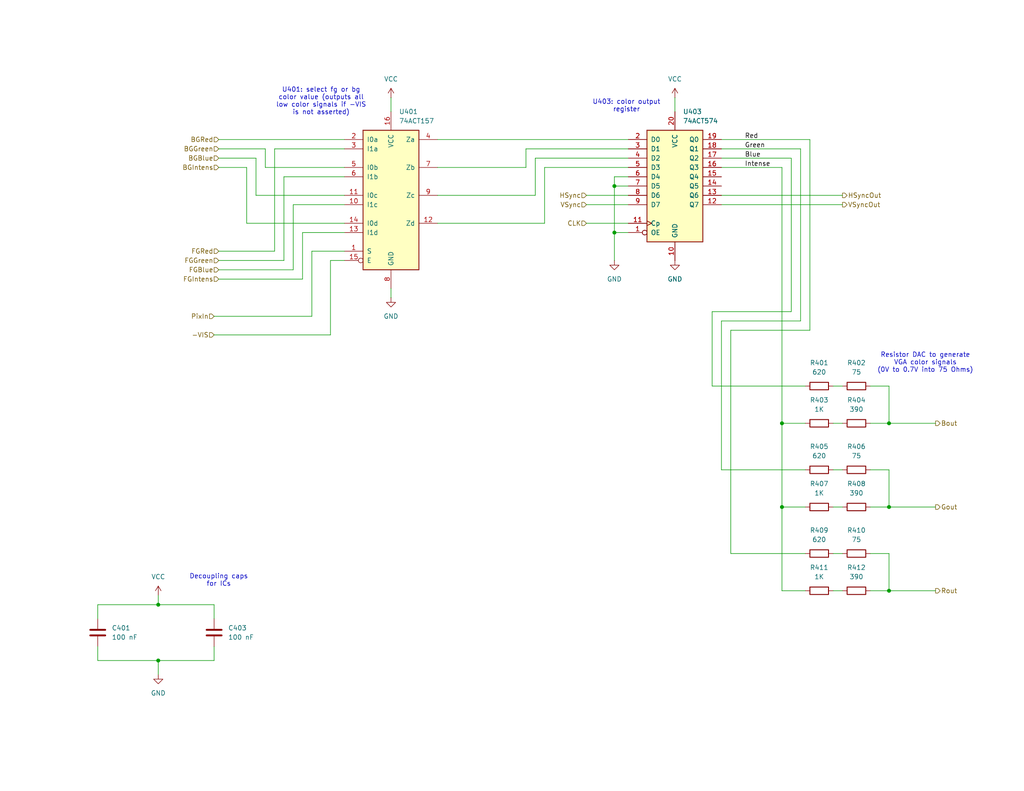
<source format=kicad_sch>
(kicad_sch (version 20231120) (generator "eeschema") (generator_version "8.0")
  (paper "USLetter")
  (title_block (title "Output") (company "daveho hacks"))
  (lib_symbols
    (symbol "74xx:74LS157" (pin_names (offset 1.016))
      (property "Reference" "U" (at -7.62 19.05 0))
      (property "Value" "74LS157" (at -7.62 -21.59 0))
      (symbol "74LS157_1_0"
        (pin input line (at -12.7 -15.24 0) (length 5.08) (name "S") (number "1"))
        (pin input line (at -12.7 -2.54 0) (length 5.08) (name "I1c") (number "10"))
        (pin input line (at -12.7 0 0) (length 5.08) (name "I0c") (number "11"))
        (pin output line (at 12.7 -7.62 180) (length 5.08) (name "Zd") (number "12"))
        (pin input line (at -12.7 -10.16 0) (length 5.08) (name "I1d") (number "13"))
        (pin input line (at -12.7 -7.62 0) (length 5.08) (name "I0d") (number "14"))
        (pin input inverted (at -12.7 -17.78 0) (length 5.08) (name "E") (number "15"))
        (pin power_in line (at 0 22.86 270) (length 5.08) (name "VCC") (number "16"))
        (pin input line (at -12.7 15.24 0) (length 5.08) (name "I0a") (number "2"))
        (pin input line (at -12.7 12.7 0) (length 5.08) (name "I1a") (number "3"))
        (pin output line (at 12.7 15.24 180) (length 5.08) (name "Za") (number "4"))
        (pin input line (at -12.7 7.62 0) (length 5.08) (name "I0b") (number "5"))
        (pin input line (at -12.7 5.08 0) (length 5.08) (name "I1b") (number "6"))
        (pin output line (at 12.7 7.62 180) (length 5.08) (name "Zb") (number "7"))
        (pin power_in line (at 0 -25.4 90) (length 5.08) (name "GND") (number "8"))
        (pin output line (at 12.7 0 180) (length 5.08) (name "Zc") (number "9"))
      )
      (symbol "74LS157_1_1"
        (rectangle (start -7.62 17.78) (end 7.62 -20.32) (stroke (width 0.254)) (fill (type background)))
      )
    )
    (symbol "74xx:74LS574" (pin_names (offset 1.016))
      (property "Reference" "U" (at -7.62 16.51 0))
      (property "Value" "74LS574" (at -7.62 -16.51 0))
      (symbol "74LS574_1_0"
        (pin input inverted (at -12.7 -12.7 0) (length 5.08) (name "OE") (number "1"))
        (pin power_in line (at 0 -20.32 90) (length 5.08) (name "GND") (number "10"))
        (pin input clock (at -12.7 -10.16 0) (length 5.08) (name "Cp") (number "11"))
        (pin tri_state line (at 12.7 -5.08 180) (length 5.08) (name "Q7") (number "12"))
        (pin tri_state line (at 12.7 -2.54 180) (length 5.08) (name "Q6") (number "13"))
        (pin tri_state line (at 12.7 0 180) (length 5.08) (name "Q5") (number "14"))
        (pin tri_state line (at 12.7 2.54 180) (length 5.08) (name "Q4") (number "15"))
        (pin tri_state line (at 12.7 5.08 180) (length 5.08) (name "Q3") (number "16"))
        (pin tri_state line (at 12.7 7.62 180) (length 5.08) (name "Q2") (number "17"))
        (pin tri_state line (at 12.7 10.16 180) (length 5.08) (name "Q1") (number "18"))
        (pin tri_state line (at 12.7 12.7 180) (length 5.08) (name "Q0") (number "19"))
        (pin input line (at -12.7 12.7 0) (length 5.08) (name "D0") (number "2"))
        (pin power_in line (at 0 20.32 270) (length 5.08) (name "VCC") (number "20"))
        (pin input line (at -12.7 10.16 0) (length 5.08) (name "D1") (number "3"))
        (pin input line (at -12.7 7.62 0) (length 5.08) (name "D2") (number "4"))
        (pin input line (at -12.7 5.08 0) (length 5.08) (name "D3") (number "5"))
        (pin input line (at -12.7 2.54 0) (length 5.08) (name "D4") (number "6"))
        (pin input line (at -12.7 0 0) (length 5.08) (name "D5") (number "7"))
        (pin input line (at -12.7 -2.54 0) (length 5.08) (name "D6") (number "8"))
        (pin input line (at -12.7 -5.08 0) (length 5.08) (name "D7") (number "9"))
      )
      (symbol "74LS574_1_1"
        (rectangle (start -7.62 15.24) (end 7.62 -15.24) (stroke (width 0.254)) (fill (type background)))
      )
    )
    (symbol "Device:C" (pin_numbers hide) (pin_names (offset 0.254))
      (property "Reference" "C" (at 0.635 2.54 0))
      (property "Value" "C" (at 0.635 -2.54 0))
      (symbol "C_0_1"
        (polyline (pts (xy -2.032 -0.762) (xy 2.032 -0.762)) (stroke (width 0.508)))
        (polyline (pts (xy -2.032 0.762) (xy 2.032 0.762)) (stroke (width 0.508)))
      )
      (symbol "C_1_1"
        (pin passive line (at 0 3.81 270) (length 2.794) (name "~") (number "1"))
        (pin passive line (at 0 -3.81 90) (length 2.794) (name "~") (number "2"))
      )
    )
    (symbol "Device:R" (pin_numbers hide) (pin_names (offset 0))
      (property "Reference" "R" (at 2.032 0 90))
      (property "Value" "R" (at 0 0 90))
      (symbol "R_0_1"
        (rectangle (start -1.016 -2.54) (end 1.016 2.54) (stroke (width 0.254)))
      )
      (symbol "R_1_1"
        (pin passive line (at 0 3.81 270) (length 1.27) (name "~") (number "1"))
        (pin passive line (at 0 -3.81 90) (length 1.27) (name "~") (number "2"))
      )
    )
    (symbol "power:GND" (power) (pin_numbers hide) (pin_names (offset 0) hide)
      (property "Value" "GND" (at 0 -3.81 0))
      (symbol "GND_0_1"
        (polyline (pts (xy 0 0) (xy 0 -1.27) (xy 1.27 -1.27) (xy 0 -2.54) (xy -1.27 -1.27) (xy 0 -1.27)))
      )
      (symbol "GND_1_1"
        (pin power_in line (at 0 0 270) (length 0) (name "~") (number "1"))
      )
    )
    (symbol "power:VCC" (power) (pin_numbers hide) (pin_names (offset 0) hide)
      (property "Value" "VCC" (at 0 3.556 0))
      (symbol "VCC_0_1"
        (polyline (pts (xy -0.762 1.27) (xy 0 2.54)))
        (polyline (pts (xy 0 0) (xy 0 2.54)))
        (polyline (pts (xy 0 2.54) (xy 0.762 1.27)))
      )
      (symbol "VCC_1_1"
        (pin power_in line (at 0 0 90) (length 0) (name "~") (number "1"))
      )
    )
  )
  (junction (at 242.57 115.57))
  (junction (at 43.18 180.34))
  (junction (at 213.36 138.43))
  (junction (at 43.18 165.1))
  (junction (at 242.57 138.43))
  (junction (at 213.36 115.57))
  (junction (at 167.64 50.8))
  (junction (at 242.57 161.29))
  (junction (at 167.64 63.5))
  (wire (pts (xy 196.85 55.88) (xy 229.87 55.88)))
  (wire (pts (xy 171.45 40.64) (xy 143.51 40.64)))
  (wire (pts (xy 242.57 151.13) (xy 242.57 161.29)))
  (wire (pts (xy 119.38 53.34) (xy 146.05 53.34)))
  (wire (pts (xy 58.42 86.36) (xy 85.09 86.36)))
  (wire (pts (xy 218.44 87.63) (xy 196.85 87.63)))
  (wire (pts (xy 59.69 45.72) (xy 67.31 45.72)))
  (wire (pts (xy 67.31 60.96) (xy 93.98 60.96)))
  (wire (pts (xy 26.67 176.53) (xy 26.67 180.34)))
  (wire (pts (xy 199.39 151.13) (xy 219.71 151.13)))
  (wire (pts (xy 90.17 71.12) (xy 93.98 71.12)))
  (wire (pts (xy 196.85 38.1) (xy 220.98 38.1)))
  (wire (pts (xy 143.51 40.64) (xy 143.51 45.72)))
  (wire (pts (xy 106.68 78.74) (xy 106.68 81.28)))
  (wire (pts (xy 227.33 128.27) (xy 229.87 128.27)))
  (wire (pts (xy 106.68 26.67) (xy 106.68 30.48)))
  (wire (pts (xy 167.64 48.26) (xy 167.64 50.8)))
  (wire (pts (xy 196.85 53.34) (xy 229.87 53.34)))
  (wire (pts (xy 67.31 45.72) (xy 67.31 60.96)))
  (wire (pts (xy 59.69 38.1) (xy 93.98 38.1)))
  (wire (pts (xy 85.09 68.58) (xy 93.98 68.58)))
  (wire (pts (xy 171.45 45.72) (xy 148.59 45.72)))
  (wire (pts (xy 59.69 40.64) (xy 72.39 40.64)))
  (wire (pts (xy 58.42 176.53) (xy 58.42 180.34)))
  (wire (pts (xy 194.31 105.41) (xy 219.71 105.41)))
  (wire (pts (xy 58.42 165.1) (xy 43.18 165.1)))
  (wire (pts (xy 227.33 151.13) (xy 229.87 151.13)))
  (wire (pts (xy 237.49 138.43) (xy 242.57 138.43)))
  (wire (pts (xy 72.39 45.72) (xy 93.98 45.72)))
  (wire (pts (xy 160.02 53.34) (xy 171.45 53.34)))
  (wire (pts (xy 184.15 26.67) (xy 184.15 30.48)))
  (wire (pts (xy 213.36 45.72) (xy 213.36 115.57)))
  (wire (pts (xy 69.85 53.34) (xy 93.98 53.34)))
  (wire (pts (xy 237.49 115.57) (xy 242.57 115.57)))
  (wire (pts (xy 43.18 162.56) (xy 43.18 165.1)))
  (wire (pts (xy 215.9 85.09) (xy 194.31 85.09)))
  (wire (pts (xy 196.85 128.27) (xy 219.71 128.27)))
  (wire (pts (xy 69.85 43.18) (xy 69.85 53.34)))
  (wire (pts (xy 196.85 87.63) (xy 196.85 128.27)))
  (wire (pts (xy 82.55 76.2) (xy 82.55 63.5)))
  (wire (pts (xy 90.17 71.12) (xy 90.17 91.44)))
  (wire (pts (xy 26.67 165.1) (xy 43.18 165.1)))
  (wire (pts (xy 72.39 40.64) (xy 72.39 45.72)))
  (wire (pts (xy 160.02 60.96) (xy 171.45 60.96)))
  (wire (pts (xy 119.38 38.1) (xy 171.45 38.1)))
  (wire (pts (xy 171.45 43.18) (xy 146.05 43.18)))
  (wire (pts (xy 242.57 105.41) (xy 242.57 115.57)))
  (wire (pts (xy 59.69 73.66) (xy 80.01 73.66)))
  (wire (pts (xy 237.49 128.27) (xy 242.57 128.27)))
  (wire (pts (xy 196.85 40.64) (xy 218.44 40.64)))
  (wire (pts (xy 220.98 90.17) (xy 199.39 90.17)))
  (wire (pts (xy 237.49 161.29) (xy 242.57 161.29)))
  (wire (pts (xy 59.69 76.2) (xy 82.55 76.2)))
  (wire (pts (xy 85.09 86.36) (xy 85.09 68.58)))
  (wire (pts (xy 59.69 43.18) (xy 69.85 43.18)))
  (wire (pts (xy 242.57 161.29) (xy 255.27 161.29)))
  (wire (pts (xy 167.64 50.8) (xy 171.45 50.8)))
  (wire (pts (xy 59.69 71.12) (xy 77.47 71.12)))
  (wire (pts (xy 194.31 85.09) (xy 194.31 105.41)))
  (wire (pts (xy 213.36 138.43) (xy 213.36 161.29)))
  (wire (pts (xy 74.93 68.58) (xy 74.93 40.64)))
  (wire (pts (xy 227.33 161.29) (xy 229.87 161.29)))
  (wire (pts (xy 26.67 180.34) (xy 43.18 180.34)))
  (wire (pts (xy 167.64 50.8) (xy 167.64 63.5)))
  (wire (pts (xy 213.36 115.57) (xy 219.71 115.57)))
  (wire (pts (xy 160.02 55.88) (xy 171.45 55.88)))
  (wire (pts (xy 77.47 48.26) (xy 93.98 48.26)))
  (wire (pts (xy 171.45 48.26) (xy 167.64 48.26)))
  (wire (pts (xy 146.05 43.18) (xy 146.05 53.34)))
  (wire (pts (xy 148.59 45.72) (xy 148.59 60.96)))
  (wire (pts (xy 77.47 71.12) (xy 77.47 48.26)))
  (wire (pts (xy 213.36 138.43) (xy 219.71 138.43)))
  (wire (pts (xy 119.38 60.96) (xy 148.59 60.96)))
  (wire (pts (xy 58.42 91.44) (xy 90.17 91.44)))
  (wire (pts (xy 58.42 168.91) (xy 58.42 165.1)))
  (wire (pts (xy 227.33 115.57) (xy 229.87 115.57)))
  (wire (pts (xy 199.39 90.17) (xy 199.39 151.13)))
  (wire (pts (xy 74.93 40.64) (xy 93.98 40.64)))
  (wire (pts (xy 219.71 161.29) (xy 213.36 161.29)))
  (wire (pts (xy 242.57 128.27) (xy 242.57 138.43)))
  (wire (pts (xy 220.98 38.1) (xy 220.98 90.17)))
  (wire (pts (xy 196.85 43.18) (xy 215.9 43.18)))
  (wire (pts (xy 237.49 151.13) (xy 242.57 151.13)))
  (wire (pts (xy 80.01 55.88) (xy 93.98 55.88)))
  (wire (pts (xy 171.45 63.5) (xy 167.64 63.5)))
  (wire (pts (xy 82.55 63.5) (xy 93.98 63.5)))
  (wire (pts (xy 242.57 138.43) (xy 255.27 138.43)))
  (wire (pts (xy 242.57 115.57) (xy 255.27 115.57)))
  (wire (pts (xy 215.9 43.18) (xy 215.9 85.09)))
  (wire (pts (xy 43.18 180.34) (xy 43.18 184.15)))
  (wire (pts (xy 167.64 63.5) (xy 167.64 71.12)))
  (wire (pts (xy 59.69 68.58) (xy 74.93 68.58)))
  (wire (pts (xy 227.33 105.41) (xy 229.87 105.41)))
  (wire (pts (xy 119.38 45.72) (xy 143.51 45.72)))
  (wire (pts (xy 196.85 45.72) (xy 213.36 45.72)))
  (wire (pts (xy 26.67 165.1) (xy 26.67 168.91)))
  (wire (pts (xy 213.36 115.57) (xy 213.36 138.43)))
  (wire (pts (xy 80.01 73.66) (xy 80.01 55.88)))
  (wire (pts (xy 43.18 180.34) (xy 58.42 180.34)))
  (wire (pts (xy 237.49 105.41) (xy 242.57 105.41)))
  (wire (pts (xy 218.44 40.64) (xy 218.44 87.63)))
  (wire (pts (xy 227.33 138.43) (xy 229.87 138.43)))
  (text "U403: color output\nregister" (at 170.942 28.956 0) (effects (font (size 1.27 1.27))))
  (text "Resistor DAC to generate\nVGA color signals\n(0V to 0.7V into 75 Ohms)" (at 252.476 99.06 0) (effects (font (size 1.27 1.27))))
  (text "Decoupling caps\nfor ICs" (at 59.69 158.496 0) (effects (font (size 1.27 1.27))))
  (text "U401: select fg or bg\ncolor value (outputs all\nlow color signals if -VIS\nis not asserted)" (at 87.63 27.686 0) (effects (font (size 1.27 1.27))))
  (label "Red" (at 203.2 38.1 0))
  (label "Blue" (at 203.2 43.18 0))
  (label "Intense" (at 203.2 45.72 0))
  (label "Green" (at 203.2 40.64 0))
  (hierarchical_label "-VIS" (shape input) (at 58.42 91.44 180))
  (hierarchical_label "FGRed" (shape input) (at 59.69 68.58 180))
  (hierarchical_label "Gout" (shape output) (at 255.27 138.43 0))
  (hierarchical_label "BGRed" (shape input) (at 59.69 38.1 180))
  (hierarchical_label "BGIntens" (shape input) (at 59.69 45.72 180))
  (hierarchical_label "FGBlue" (shape input) (at 59.69 73.66 180))
  (hierarchical_label "HSync" (shape input) (at 160.02 53.34 180))
  (hierarchical_label "VSyncOut" (shape output) (at 229.87 55.88 0))
  (hierarchical_label "HSyncOut" (shape output) (at 229.87 53.34 0))
  (hierarchical_label "FGIntens" (shape input) (at 59.69 76.2 180))
  (hierarchical_label "Rout" (shape output) (at 255.27 161.29 0))
  (hierarchical_label "PixIn" (shape input) (at 58.42 86.36 180))
  (hierarchical_label "BGGreen" (shape input) (at 59.69 40.64 180))
  (hierarchical_label "FGGreen" (shape input) (at 59.69 71.12 180))
  (hierarchical_label "Bout" (shape output) (at 255.27 115.57 0))
  (hierarchical_label "BGBlue" (shape input) (at 59.69 43.18 180))
  (hierarchical_label "CLK" (shape input) (at 160.02 60.96 180))
  (hierarchical_label "VSync" (shape input) (at 160.02 55.88 180))
  (symbol (lib_id "Device:R") (at 223.52 128.27 270) (unit 1)
    (property "Reference" "R405" (at 223.52 121.92 90))
    (property "Value" "620" (at 223.52 124.46 90))
    (property "Description" "Resistor" (effects (hide yes)))
  )
  (symbol (lib_id "Device:R") (at 223.52 138.43 90) (unit 1)
    (property "Reference" "R407" (at 223.52 132.08 90))
    (property "Value" "1K" (at 223.52 134.62 90))
    (property "Description" "Resistor" (effects (hide yes)))
  )
  (symbol (lib_id "power:GND") (at 43.18 184.15 0) (unit 1)
    (property "Reference" "#PWR046" (effects (hide yes)))
    (property "Value" "GND" (at 43.18 189.23 0))
    (property "Description" "Power symbol creates a global label with name \"GND\" , ground" (effects (hide yes)))
  )
  (symbol (lib_id "Device:R") (at 223.52 115.57 90) (unit 1)
    (property "Reference" "R403" (at 223.52 109.22 90))
    (property "Value" "1K" (at 223.52 111.76 90))
    (property "Description" "Resistor" (effects (hide yes)))
  )
  (symbol (lib_id "Device:R") (at 233.68 138.43 90) (unit 1)
    (property "Reference" "R408" (at 233.68 132.08 90))
    (property "Value" "390" (at 233.68 134.62 90))
    (property "Description" "Resistor" (effects (hide yes)))
  )
  (symbol (lib_id "Device:R") (at 223.52 105.41 270) (unit 1)
    (property "Reference" "R401" (at 223.52 99.06 90))
    (property "Value" "620" (at 223.52 101.6 90))
    (property "Description" "Resistor" (effects (hide yes)))
  )
  (symbol (lib_id "power:VCC") (at 184.15 26.67 0) (unit 1)
    (property "Reference" "#PWR090" (effects (hide yes)))
    (property "Value" "VCC" (at 184.15 21.59 0))
    (property "Description" "Power symbol creates a global label with name \"VCC\"" (effects (hide yes)))
  )
  (symbol (lib_id "Device:R") (at 233.68 151.13 270) (unit 1)
    (property "Reference" "R410" (at 233.68 144.78 90))
    (property "Value" "75" (at 233.68 147.32 90))
    (property "Description" "Resistor" (effects (hide yes)))
  )
  (symbol (lib_id "Device:R") (at 233.68 105.41 270) (unit 1)
    (property "Reference" "R402" (at 233.68 99.06 90))
    (property "Value" "75" (at 233.68 101.6 90))
    (property "Description" "Resistor" (effects (hide yes)))
  )
  (symbol (lib_id "Device:R") (at 233.68 128.27 270) (unit 1)
    (property "Reference" "R406" (at 233.68 121.92 90))
    (property "Value" "75" (at 233.68 124.46 90))
    (property "Description" "Resistor" (effects (hide yes)))
  )
  (symbol (lib_id "74xx:74LS574") (at 184.15 50.8 0) (unit 1)
    (property "Reference" "U403" (at 186.3441 30.48 0) (effects (justify left)))
    (property "Value" "74ACT574" (at 186.3441 33.02 0) (effects (justify left)))
    (property "Datasheet" "http://www.ti.com/lit/gpn/sn74LS574" (effects (hide yes)))
    (property "Description" "8-bit Register, 3-state outputs" (effects (hide yes)))
  )
  (symbol (lib_id "Device:C") (at 26.67 172.72 0) (unit 1)
    (property "Reference" "C401" (at 30.48 171.4499 0) (effects (justify left)))
    (property "Value" "100 nF" (at 30.48 173.9899 0) (effects (justify left)))
    (property "Description" "Unpolarized capacitor" (effects (hide yes)))
  )
  (symbol (lib_id "74xx:74LS157") (at 106.68 53.34 0) (unit 1)
    (property "Reference" "U401" (at 108.8741 30.48 0) (effects (justify left)))
    (property "Value" "74ACT157" (at 108.8741 33.02 0) (effects (justify left)))
    (property "Datasheet" "http://www.ti.com/lit/gpn/sn74LS157" (effects (hide yes)))
    (property "Description" "Quad 2 to 1 line Multiplexer" (effects (hide yes)))
  )
  (symbol (lib_id "power:GND") (at 167.64 71.12 0) (unit 1)
    (property "Reference" "#PWR089" (effects (hide yes)))
    (property "Value" "GND" (at 167.64 76.2 0))
    (property "Description" "Power symbol creates a global label with name \"GND\" , ground" (effects (hide yes)))
  )
  (symbol (lib_id "power:GND") (at 106.68 81.28 0) (unit 1)
    (property "Reference" "#PWR041" (effects (hide yes)))
    (property "Value" "GND" (at 106.68 86.36 0))
    (property "Description" "Power symbol creates a global label with name \"GND\" , ground" (effects (hide yes)))
  )
  (symbol (lib_id "Device:C") (at 58.42 172.72 0) (unit 1)
    (property "Reference" "C403" (at 62.23 171.4499 0) (effects (justify left)))
    (property "Value" "100 nF" (at 62.23 173.9899 0) (effects (justify left)))
    (property "Description" "Unpolarized capacitor" (effects (hide yes)))
  )
  (symbol (lib_id "Device:R") (at 223.52 161.29 90) (unit 1)
    (property "Reference" "R411" (at 223.52 154.94 90))
    (property "Value" "1K" (at 223.52 157.48 90))
    (property "Description" "Resistor" (effects (hide yes)))
  )
  (symbol (lib_id "power:GND") (at 184.15 71.12 0) (unit 1)
    (property "Reference" "#PWR088" (effects (hide yes)))
    (property "Value" "GND" (at 184.15 76.2 0))
    (property "Description" "Power symbol creates a global label with name \"GND\" , ground" (effects (hide yes)))
  )
  (symbol (lib_id "power:VCC") (at 43.18 162.56 0) (unit 1)
    (property "Reference" "#PWR045" (effects (hide yes)))
    (property "Value" "VCC" (at 43.18 157.48 0))
    (property "Description" "Power symbol creates a global label with name \"VCC\"" (effects (hide yes)))
  )
  (symbol (lib_id "power:VCC") (at 106.68 26.67 0) (unit 1)
    (property "Reference" "#PWR040" (effects (hide yes)))
    (property "Value" "VCC" (at 106.68 21.59 0))
    (property "Description" "Power symbol creates a global label with name \"VCC\"" (effects (hide yes)))
  )
  (symbol (lib_id "Device:R") (at 223.52 151.13 270) (unit 1)
    (property "Reference" "R409" (at 223.52 144.78 90))
    (property "Value" "620" (at 223.52 147.32 90))
    (property "Description" "Resistor" (effects (hide yes)))
  )
  (symbol (lib_id "Device:R") (at 233.68 115.57 90) (unit 1)
    (property "Reference" "R404" (at 233.68 109.22 90))
    (property "Value" "390" (at 233.68 111.76 90))
    (property "Description" "Resistor" (effects (hide yes)))
  )
  (symbol (lib_id "Device:R") (at 233.68 161.29 90) (unit 1)
    (property "Reference" "R412" (at 233.68 154.94 90))
    (property "Value" "390" (at 233.68 157.48 90))
    (property "Description" "Resistor" (effects (hide yes)))
  )
)
</source>
